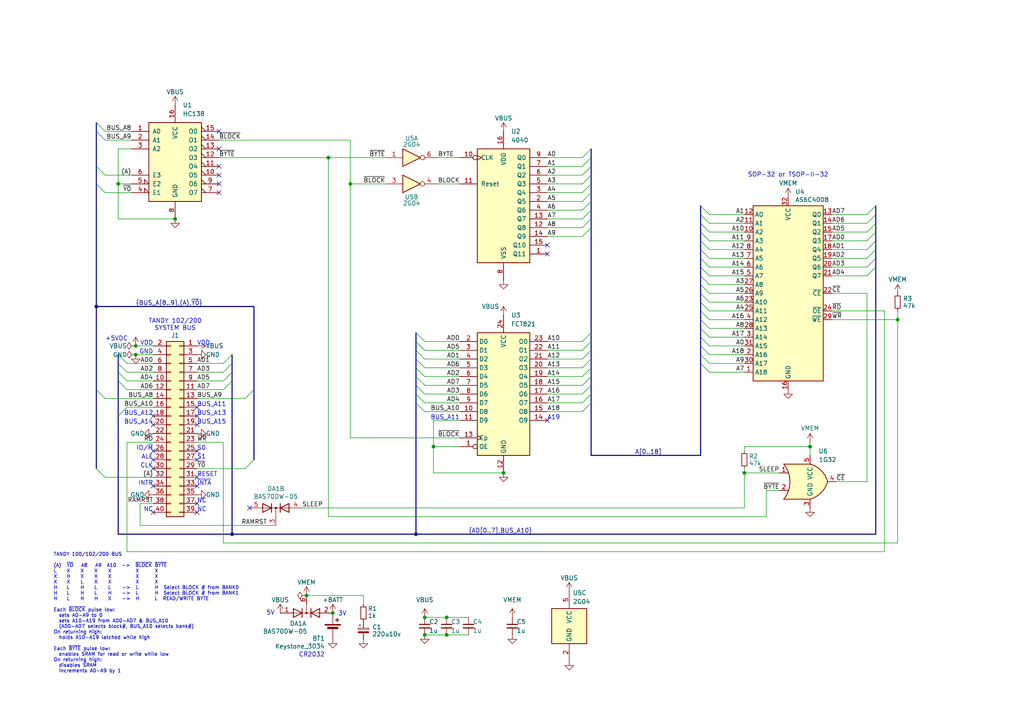
<source format=kicad_sch>
(kicad_sch (version 20231120) (generator "eeschema") (generator_version "8.0")
  (paper "A4")
  (title_block (title "MiniNDP 512") (date "2024-06-16") (rev "D01") (company "Brian K. White - b.kenyon.w@gmail.com") (comment 1 "github.com/bkw777/NODE_DATAPAC") (comment 2 "Use with RAM100.CO or RAM200.CO") (comment 3 "Work-alike of NODE Systems DATAPAC / RAMPAC"))
  (lib_symbols
    (symbol "000_LOCAL:2G04"
      (property "Reference" "U" (at 0 7.62 0))
      (property "Value" "2G04" (at 2.54 -7.62 0))
      (symbol "2G04_1_1"
        (pin input line (at -15.24 0 0) (length 7.62) (name "~") (number "1"))
        (pin output inverted (at 12.7 0 180) (length 7.62) (name "~") (number "6"))
      )
      (symbol "2G04_2_1"
        (pin input line (at -15.24 0 0) (length 7.62) (name "~") (number "3"))
        (pin output inverted (at 12.7 0 180) (length 7.62) (name "~") (number "4"))
      )
      (symbol "2G04_3_1"
        (pin power_in line (at 0 -10.16 90) (length 5.08) (name "GND") (number "2"))
        (pin power_in line (at 0 10.16 270) (length 5.08) (name "VCC") (number "5"))
      )
    )
    (symbol "000_LOCAL:4040" (pin_names (offset 1.016))
      (property "Reference" "U" (at -7.62 16.51 0))
      (property "Value" "4040" (at -7.62 -19.05 0))
      (symbol "4040_1_0"
        (pin output line (at 12.7 -15.24 180) (length 5.08) (name "Q11") (number "1"))
        (pin input inverted_clock (at -12.7 12.7 0) (length 5.08) (name "CLK") (number "10"))
        (pin input line (at -12.7 5.08 0) (length 5.08) (name "Reset") (number "11"))
        (pin output line (at 12.7 -7.62 180) (length 5.08) (name "Q8") (number "12"))
        (pin output line (at 12.7 -5.08 180) (length 5.08) (name "Q7") (number "13"))
        (pin output line (at 12.7 -10.16 180) (length 5.08) (name "Q9") (number "14"))
        (pin output line (at 12.7 -12.7 180) (length 5.08) (name "Q10") (number "15"))
        (pin power_in line (at 0 20.32 270) (length 5.08) (name "VDD") (number "16"))
        (pin output line (at 12.7 0 180) (length 5.08) (name "Q5") (number "2"))
        (pin output line (at 12.7 2.54 180) (length 5.08) (name "Q4") (number "3"))
        (pin output line (at 12.7 -2.54 180) (length 5.08) (name "Q6") (number "4"))
        (pin output line (at 12.7 5.08 180) (length 5.08) (name "Q3") (number "5"))
        (pin output line (at 12.7 7.62 180) (length 5.08) (name "Q2") (number "6"))
        (pin output line (at 12.7 10.16 180) (length 5.08) (name "Q1") (number "7"))
        (pin power_in line (at 0 -22.86 90) (length 5.08) (name "VSS") (number "8"))
        (pin output line (at 12.7 12.7 180) (length 5.08) (name "Q0") (number "9"))
      )
    )
    (symbol "000_LOCAL:74xx138" (pin_names (offset 1.016))
      (property "Reference" "U" (at -7.62 11.43 0))
      (property "Value" "74xx138" (at -7.62 -13.97 0))
      (symbol "74xx138_1_0"
        (pin input line (at -12.7 7.62 0) (length 5.08) (name "A0") (number "1"))
        (pin output output_low (at 12.7 -5.08 180) (length 5.08) (name "O5") (number "10"))
        (pin output output_low (at 12.7 -2.54 180) (length 5.08) (name "O4") (number "11"))
        (pin output output_low (at 12.7 0 180) (length 5.08) (name "O3") (number "12"))
        (pin output output_low (at 12.7 2.54 180) (length 5.08) (name "O2") (number "13"))
        (pin output output_low (at 12.7 5.08 180) (length 5.08) (name "O1") (number "14"))
        (pin output output_low (at 12.7 7.62 180) (length 5.08) (name "O0") (number "15"))
        (pin power_in line (at 0 15.24 270) (length 5.08) (name "VCC") (number "16"))
        (pin input line (at -12.7 5.08 0) (length 5.08) (name "A1") (number "2"))
        (pin input line (at -12.7 2.54 0) (length 5.08) (name "A2") (number "3"))
        (pin input input_low (at -12.7 -10.16 0) (length 5.08) (name "E1") (number "4"))
        (pin input input_low (at -12.7 -7.62 0) (length 5.08) (name "E2") (number "5"))
        (pin input line (at -12.7 -5.08 0) (length 5.08) (name "E3") (number "6"))
        (pin output output_low (at 12.7 -10.16 180) (length 5.08) (name "O7") (number "7"))
        (pin power_in line (at 0 -17.78 90) (length 5.08) (name "GND") (number "8"))
        (pin output output_low (at 12.7 -7.62 180) (length 5.08) (name "O6") (number "9"))
      )
    )
    (symbol "000_LOCAL:74xx1G32" (pin_names (offset 0.762))
      (property "Reference" "U" (at -5.08 7.62 0))
      (property "Value" "74xx1G32" (at 7.62 -7.62 0))
      (symbol "74xx1G32_1_1"
        (pin input line (at -8.89 2.54 0) (length 2.54) (name "~") (number "1"))
        (pin input line (at -8.89 -2.54 0) (length 2.54) (name "~") (number "2"))
        (pin power_in line (at 0 -7.62 90) (length 2.54) (name "GND") (number "3"))
        (pin output line (at 7.62 0 180) (length 2.54) (name "~") (number "4"))
        (pin power_in line (at 0 7.62 270) (length 2.54) (name "VCC") (number "5"))
      )
    )
    (symbol "000_LOCAL:74xx821"
      (property "Reference" "U" (at -7.62 16.51 0))
      (property "Value" "74xx821" (at -9.144 -23.114 0))
      (symbol "74xx821_1_0"
        (pin input inverted (at -12.7 -17.78 0) (length 5.08) (name "OE") (number "1"))
        (pin input line (at -12.7 -7.62 0) (length 5.08) (name "D8") (number "10"))
        (pin input line (at -12.7 -10.16 0) (length 5.08) (name "D9") (number "11"))
        (pin power_in line (at 0 -25.4 90) (length 5.08) (name "GND") (number "12"))
        (pin input clock (at -12.7 -15.24 0) (length 5.08) (name "Cp") (number "13"))
        (pin tri_state line (at 12.7 -10.16 180) (length 5.08) (name "O9") (number "14"))
        (pin tri_state line (at 12.7 -7.62 180) (length 5.08) (name "O8") (number "15"))
        (pin tri_state line (at 12.7 -5.08 180) (length 5.08) (name "O7") (number "16"))
        (pin tri_state line (at 12.7 -2.54 180) (length 5.08) (name "O6") (number "17"))
        (pin tri_state line (at 12.7 0 180) (length 5.08) (name "O5") (number "18"))
        (pin tri_state line (at 12.7 2.54 180) (length 5.08) (name "O4") (number "19"))
        (pin input line (at -12.7 12.7 0) (length 5.08) (name "D0") (number "2"))
        (pin tri_state line (at 12.7 5.08 180) (length 5.08) (name "O3") (number "20"))
        (pin tri_state line (at 12.7 7.62 180) (length 5.08) (name "O2") (number "21"))
        (pin tri_state line (at 12.7 10.16 180) (length 5.08) (name "O1") (number "22"))
        (pin tri_state line (at 12.7 12.7 180) (length 5.08) (name "O0") (number "23"))
        (pin power_in line (at 0 20.32 270) (length 5.08) (name "VCC") (number "24"))
        (pin input line (at -12.7 10.16 0) (length 5.08) (name "D1") (number "3"))
        (pin input line (at -12.7 7.62 0) (length 5.08) (name "D2") (number "4"))
        (pin input line (at -12.7 5.08 0) (length 5.08) (name "D3") (number "5"))
        (pin input line (at -12.7 2.54 0) (length 5.08) (name "D4") (number "6"))
        (pin input line (at -12.7 0 0) (length 5.08) (name "D5") (number "7"))
        (pin input line (at -12.7 -2.54 0) (length 5.08) (name "D6") (number "8"))
        (pin input line (at -12.7 -5.08 0) (length 5.08) (name "D7") (number "9"))
      )
    )
    (symbol "000_LOCAL:AS6C4008_DIP"
      (property "Reference" "U" (at -10.16 23.495 0))
      (property "Value" "AS6C4008_DIP" (at 2.54 23.495 0))
      (symbol "AS6C4008_DIP_1_0"
        (pin power_in line (at 0 -30.48 90) (length 2.54) (name "GND") (number "16"))
        (pin power_in line (at 0 25.4 270) (length 2.54) (name "VCC") (number "32"))
      )
      (symbol "AS6C4008_DIP_1_1"
        (pin input line (at -12.7 -25.4 0) (length 2.54) (name "A18") (number "1"))
        (pin input line (at -12.7 15.24 0) (length 2.54) (name "A2") (number "10"))
        (pin input line (at -12.7 17.78 0) (length 2.54) (name "A1") (number "11"))
        (pin input line (at -12.7 20.32 0) (length 2.54) (name "A0") (number "12"))
        (pin tri_state line (at 12.7 20.32 180) (length 2.54) (name "Q0") (number "13"))
        (pin tri_state line (at 12.7 17.78 180) (length 2.54) (name "Q1") (number "14"))
        (pin tri_state line (at 12.7 15.24 180) (length 2.54) (name "Q2") (number "15"))
        (pin tri_state line (at 12.7 12.7 180) (length 2.54) (name "Q3") (number "17"))
        (pin tri_state line (at 12.7 10.16 180) (length 2.54) (name "Q4") (number "18"))
        (pin tri_state line (at 12.7 7.62 180) (length 2.54) (name "Q5") (number "19"))
        (pin input line (at -12.7 -20.32 0) (length 2.54) (name "A16") (number "2"))
        (pin tri_state line (at 12.7 5.08 180) (length 2.54) (name "Q6") (number "20"))
        (pin tri_state line (at 12.7 2.54 180) (length 2.54) (name "Q7") (number "21"))
        (pin input line (at 12.7 -2.54 180) (length 2.54) (name "~{CE}") (number "22"))
        (pin input line (at -12.7 -5.08 0) (length 2.54) (name "A10") (number "23"))
        (pin input line (at 12.7 -7.62 180) (length 2.54) (name "~{OE}") (number "24"))
        (pin input line (at -12.7 -7.62 0) (length 2.54) (name "A11") (number "25"))
        (pin input line (at -12.7 -2.54 0) (length 2.54) (name "A9") (number "26"))
        (pin input line (at -12.7 0 0) (length 2.54) (name "A8") (number "27"))
        (pin input line (at -12.7 -12.7 0) (length 2.54) (name "A13") (number "28"))
        (pin input line (at 12.7 -10.16 180) (length 2.54) (name "~{WE}") (number "29"))
        (pin input line (at -12.7 -15.24 0) (length 2.54) (name "A14") (number "3"))
        (pin input line (at -12.7 -22.86 0) (length 2.54) (name "A17") (number "30"))
        (pin input line (at -12.7 -17.78 0) (length 2.54) (name "A15") (number "31"))
        (pin input line (at -12.7 -10.16 0) (length 2.54) (name "A12") (number "4"))
        (pin input line (at -12.7 2.54 0) (length 2.54) (name "A7") (number "5"))
        (pin input line (at -12.7 5.08 0) (length 2.54) (name "A6") (number "6"))
        (pin input line (at -12.7 7.62 0) (length 2.54) (name "A5") (number "7"))
        (pin input line (at -12.7 10.16 0) (length 2.54) (name "A4") (number "8"))
        (pin input line (at -12.7 12.7 0) (length 2.54) (name "A3") (number "9"))
      )
    )
    (symbol "000_LOCAL:BAV70S" (pin_names (offset 0.762) hide)
      (property "Reference" "D" (at 0.635 -2.54 0))
      (property "Value" "BAV70S" (at 0 2.54 0))
      (symbol "BAV70S_1_1"
        (pin passive line (at -7.62 0 0) (length 3.81) (name "A") (number "1"))
        (pin passive line (at 7.62 0 180) (length 3.81) (name "A") (number "2"))
        (pin passive line (at 0 -5.08 90) (length 2.54) (name "K") (number "6"))
      )
      (symbol "BAV70S_2_1"
        (pin passive line (at 0 -5.08 90) (length 2.54) (name "K") (number "3"))
        (pin passive line (at -7.62 0 0) (length 3.81) (name "A") (number "4"))
        (pin passive line (at 7.62 0 180) (length 3.81) (name "A") (number "5"))
      )
    )
    (symbol "000_LOCAL:Battery_Cell" (pin_numbers hide) (pin_names (offset 0) hide)
      (property "Reference" "BT" (at 2.54 2.54 0))
      (property "Value" "Battery_Cell" (at 2.54 0 0))
      (symbol "Battery_Cell_1_1"
        (pin passive line (at 0 5.08 270) (length 2.54) (name "+") (number "1"))
        (pin passive line (at 0 -2.54 90) (length 2.54) (name "-") (number "2"))
      )
    )
    (symbol "000_LOCAL:C" (pin_numbers hide) (pin_names (offset 0.254) hide)
      (property "Reference" "C" (at 0.254 1.778 0))
      (property "Value" "C" (at 0.254 -2.032 0))
      (symbol "C_1_1"
        (pin passive line (at 0 2.54 270) (length 2.032) (name "~") (number "1"))
        (pin passive line (at 0 -2.54 90) (length 2.032) (name "~") (number "2"))
      )
    )
    (symbol "000_LOCAL:C_Polarized" (pin_numbers hide) (pin_names (offset 0.254) hide)
      (property "Reference" "C" (at 0.254 1.778 0))
      (property "Value" "C_Polarized_Small" (at 0.254 -2.032 0))
      (symbol "C_Polarized_1_1"
        (pin passive line (at 0 2.54 270) (length 1.8542) (name "~") (number "1"))
        (pin passive line (at 0 -2.54 90) (length 1.8542) (name "~") (number "2"))
      )
    )
    (symbol "000_LOCAL:Conn_02x20_Odd_Even" (pin_names (offset 1.016) hide)
      (property "Reference" "J" (at 1.27 25.4 0))
      (property "Value" "Conn_02x20_Odd_Even" (at 1.27 -27.94 0))
      (symbol "Conn_02x20_Odd_Even_1_1"
        (pin passive line (at -5.08 22.86 0) (length 3.81) (name "Pin_1") (number "1"))
        (pin passive line (at 7.62 12.7 180) (length 3.81) (name "Pin_10") (number "10"))
        (pin passive line (at -5.08 10.16 0) (length 3.81) (name "Pin_11") (number "11"))
        (pin passive line (at 7.62 10.16 180) (length 3.81) (name "Pin_12") (number "12"))
        (pin passive line (at -5.08 7.62 0) (length 3.81) (name "Pin_13") (number "13"))
        (pin passive line (at 7.62 7.62 180) (length 3.81) (name "Pin_14") (number "14"))
        (pin passive line (at -5.08 5.08 0) (length 3.81) (name "Pin_15") (number "15"))
        (pin passive line (at 7.62 5.08 180) (length 3.81) (name "Pin_16") (number "16"))
        (pin passive line (at -5.08 2.54 0) (length 3.81) (name "Pin_17") (number "17"))
        (pin passive line (at 7.62 2.54 180) (length 3.81) (name "Pin_18") (number "18"))
        (pin passive line (at -5.08 0 0) (length 3.81) (name "Pin_19") (number "19"))
        (pin passive line (at 7.62 22.86 180) (length 3.81) (name "Pin_2") (number "2"))
        (pin passive line (at 7.62 0 180) (length 3.81) (name "Pin_20") (number "20"))
        (pin passive line (at -5.08 -2.54 0) (length 3.81) (name "Pin_21") (number "21"))
        (pin passive line (at 7.62 -2.54 180) (length 3.81) (name "Pin_22") (number "22"))
        (pin passive line (at -5.08 -5.08 0) (length 3.81) (name "Pin_23") (number "23"))
        (pin passive line (at 7.62 -5.08 180) (length 3.81) (name "Pin_24") (number "24"))
        (pin passive line (at -5.08 -7.62 0) (length 3.81) (name "Pin_25") (number "25"))
        (pin passive line (at 7.62 -7.62 180) (length 3.81) (name "Pin_26") (number "26"))
        (pin passive line (at -5.08 -10.16 0) (length 3.81) (name "Pin_27") (number "27"))
        (pin passive line (at 7.62 -10.16 180) (length 3.81) (name "Pin_28") (number "28"))
        (pin passive line (at -5.08 -12.7 0) (length 3.81) (name "Pin_29") (number "29"))
        (pin passive line (at -5.08 20.32 0) (length 3.81) (name "Pin_3") (number "3"))
        (pin passive line (at 7.62 -12.7 180) (length 3.81) (name "Pin_30") (number "30"))
        (pin passive line (at -5.08 -15.24 0) (length 3.81) (name "Pin_31") (number "31"))
        (pin passive line (at 7.62 -15.24 180) (length 3.81) (name "Pin_32") (number "32"))
        (pin passive line (at -5.08 -17.78 0) (length 3.81) (name "Pin_33") (number "33"))
        (pin passive line (at 7.62 -17.78 180) (length 3.81) (name "Pin_34") (number "34"))
        (pin passive line (at -5.08 -20.32 0) (length 3.81) (name "Pin_35") (number "35"))
        (pin passive line (at 7.62 -20.32 180) (length 3.81) (name "Pin_36") (number "36"))
        (pin passive line (at -5.08 -22.86 0) (length 3.81) (name "Pin_37") (number "37"))
        (pin passive line (at 7.62 -22.86 180) (length 3.81) (name "Pin_38") (number "38"))
        (pin passive line (at -5.08 -25.4 0) (length 3.81) (name "Pin_39") (number "39"))
        (pin passive line (at 7.62 20.32 180) (length 3.81) (name "Pin_4") (number "4"))
        (pin passive line (at 7.62 -25.4 180) (length 3.81) (name "Pin_40") (number "40"))
        (pin passive line (at -5.08 17.78 0) (length 3.81) (name "Pin_5") (number "5"))
        (pin passive line (at 7.62 17.78 180) (length 3.81) (name "Pin_6") (number "6"))
        (pin passive line (at -5.08 15.24 0) (length 3.81) (name "Pin_7") (number "7"))
        (pin passive line (at 7.62 15.24 180) (length 3.81) (name "Pin_8") (number "8"))
        (pin passive line (at -5.08 12.7 0) (length 3.81) (name "Pin_9") (number "9"))
      )
    )
    (symbol "000_LOCAL:R" (pin_numbers hide) (pin_names (offset 0.254) hide)
      (property "Reference" "R" (at 0.762 0.508 0))
      (property "Value" "R_Small" (at 0.762 -1.016 0))
      (symbol "R_1_1"
        (pin passive line (at 0 2.54 270) (length 0.762) (name "~") (number "1"))
        (pin passive line (at 0 -2.54 90) (length 0.762) (name "~") (number "2"))
      )
    )
    (symbol "2G04_1"
      (property "Reference" "U" (at 0 3.81 0))
      (property "Value" "2G04" (at 0 -3.81 0))
      (symbol "2G04_1_1_1"
        (pin input line (at -7.62 0 0) (length 5.08) (name "~") (number "1"))
        (pin output inverted (at 7.62 0 180) (length 5.08) (name "~") (number "6"))
      )
      (symbol "2G04_1_2_1"
        (pin input line (at -7.62 0 0) (length 5.08) (name "~") (number "3"))
        (pin output inverted (at 7.62 0 180) (length 5.08) (name "~") (number "4"))
      )
      (symbol "2G04_1_3_1"
        (pin power_in line (at 0 -10.16 90) (length 5.08) (name "GND") (number "2"))
        (pin power_in line (at 0 10.16 270) (length 5.08) (name "VCC") (number "5"))
      )
    )
    (symbol "2G04_2"
      (property "Reference" "U" (at 0 3.81 0))
      (property "Value" "2G04" (at 0 -3.81 0))
      (symbol "2G04_2_1_1"
        (pin input line (at -7.62 0 0) (length 5.08) (name "~") (number "1"))
        (pin output inverted (at 7.62 0 180) (length 5.08) (name "~") (number "6"))
      )
      (symbol "2G04_2_2_1"
        (pin input line (at -7.62 0 0) (length 5.08) (name "~") (number "3"))
        (pin output inverted (at 7.62 0 180) (length 5.08) (name "~") (number "4"))
      )
      (symbol "2G04_2_3_1"
        (pin power_in line (at 0 -10.16 90) (length 5.08) (name "GND") (number "2"))
        (pin power_in line (at 0 10.16 270) (length 5.08) (name "VCC") (number "5"))
      )
    )
    (symbol "C_1" (pin_numbers hide) (pin_names (offset 0.254) hide)
      (property "Reference" "C" (at 0.254 1.778 0))
      (property "Value" "C" (at 0.254 -2.032 0))
      (symbol "C_1_1_1"
        (pin passive line (at 0 2.54 270) (length 2.032) (name "~") (number "1"))
        (pin passive line (at 0 -2.54 90) (length 2.032) (name "~") (number "2"))
      )
    )
    (symbol "power:+BATT" (power) (pin_numbers hide) (pin_names (offset 0) hide)
      (property "Value" "+BATT" (at 0 3.556 0))
      (symbol "+BATT_1_1"
        (pin power_in line (at 0 0 90) (length 0) (name "~") (number "1"))
      )
    )
    (symbol "power:GND" (power) (pin_numbers hide) (pin_names (offset 0) hide)
      (property "Value" "GND" (at 0 -3.81 0))
      (symbol "GND_1_1"
        (pin power_in line (at 0 0 270) (length 0) (name "~") (number "1"))
      )
    )
    (symbol "power:PWR_FLAG" (power) (pin_numbers hide) (pin_names (offset 0) hide)
      (property "Value" "PWR_FLAG" (at 0 3.81 0))
      (symbol "PWR_FLAG_0_0"
        (pin power_out line (at 0 0 90) (length 0) (name "~") (number "1"))
      )
    )
    (symbol "power:VBUS" (power) (pin_numbers hide) (pin_names (offset 0) hide)
      (property "Value" "VBUS" (at 0 3.556 0))
      (symbol "VBUS_1_1"
        (pin power_in line (at 0 0 90) (length 0) (name "~") (number "1"))
      )
    )
    (symbol "power:VMEM" (power) (pin_numbers hide) (pin_names (offset 0) hide)
      (property "Value" "VMEM" (at 0 3.556 0))
      (symbol "VMEM_1_1"
        (pin power_in line (at 0 0 90) (length 0) (name "~") (number "1"))
      )
    )
  )
  (junction (at 129.54 179.07))
  (junction (at 95.25 45.72))
  (junction (at 34.29 53.34))
  (junction (at 123.19 179.07))
  (junction (at 39.37 100.33))
  (junction (at 96.52 177.8))
  (junction (at 129.54 184.15))
  (junction (at 120.65 154.94))
  (junction (at 39.37 102.87))
  (junction (at 215.9 137.16))
  (junction (at 146.05 137.16))
  (junction (at 67.31 154.94))
  (junction (at 101.6 53.34))
  (junction (at 88.9 172.72))
  (junction (at 123.19 184.15))
  (junction (at 50.8 63.5))
  (junction (at 125.73 129.54))
  (junction (at 260.35 92.71))
  (junction (at 27.94 88.9))
  (junction (at 234.95 129.54))
  (no_connect (at 57.15 138.43))
  (no_connect (at 57.15 123.19))
  (no_connect (at 63.5 38.1))
  (no_connect (at 44.45 148.59))
  (no_connect (at 57.15 130.81))
  (no_connect (at 57.15 148.59))
  (no_connect (at 63.5 55.88))
  (no_connect (at 44.45 130.81))
  (no_connect (at 158.75 73.66))
  (no_connect (at 44.45 120.65))
  (no_connect (at 63.5 48.26))
  (no_connect (at 63.5 50.8))
  (no_connect (at 44.45 123.19))
  (no_connect (at 44.45 140.97))
  (no_connect (at 44.45 133.35))
  (no_connect (at 44.45 135.89))
  (no_connect (at 57.15 146.05))
  (no_connect (at 158.75 71.12))
  (no_connect (at 57.15 120.65))
  (no_connect (at 158.75 121.92))
  (no_connect (at 57.15 133.35))
  (no_connect (at 57.15 140.97))
  (no_connect (at 63.5 43.18))
  (no_connect (at 57.15 118.11))
  (no_connect (at 72.39 147.32))
  (no_connect (at 63.5 53.34))
  (bus_entry (at 251.46 64.77) (size 2.54 -2.54))
  (bus_entry (at 36.83 110.49) (size -2.54 -2.54))
  (bus_entry (at 120.65 114.3) (size 2.54 2.54))
  (bus_entry (at 205.74 72.39) (size -2.54 -2.54))
  (bus_entry (at 34.29 120.65) (size 2.54 -2.54))
  (bus_entry (at 168.91 109.22) (size 2.54 -2.54))
  (bus_entry (at 168.91 48.26) (size 2.54 -2.54))
  (bus_entry (at 120.65 116.84) (size 2.54 2.54))
  (bus_entry (at 205.74 74.93) (size -2.54 -2.54))
  (bus_entry (at 205.74 85.09) (size -2.54 -2.54))
  (bus_entry (at 168.91 111.76) (size 2.54 -2.54))
  (bus_entry (at 120.65 109.22) (size 2.54 2.54))
  (bus_entry (at 27.94 48.26) (size 2.54 2.54))
  (bus_entry (at 36.83 113.03) (size -2.54 -2.54))
  (bus_entry (at 205.74 97.79) (size -2.54 -2.54))
  (bus_entry (at 36.83 105.41) (size -2.54 -2.54))
  (bus_entry (at 27.94 38.1) (size 2.54 2.54))
  (bus_entry (at 168.91 60.96) (size 2.54 -2.54))
  (bus_entry (at 205.74 80.01) (size -2.54 -2.54))
  (bus_entry (at 205.74 77.47) (size -2.54 -2.54))
  (bus_entry (at 205.74 69.85) (size -2.54 -2.54))
  (bus_entry (at 168.91 68.58) (size 2.54 -2.54))
  (bus_entry (at 168.91 53.34) (size 2.54 -2.54))
  (bus_entry (at 168.91 55.88) (size 2.54 -2.54))
  (bus_entry (at 205.74 82.55) (size -2.54 -2.54))
  (bus_entry (at 205.74 90.17) (size -2.54 -2.54))
  (bus_entry (at 168.91 45.72) (size 2.54 -2.54))
  (bus_entry (at 64.77 105.41) (size 2.54 -2.54))
  (bus_entry (at 73.66 133.35) (size -2.54 2.54))
  (bus_entry (at 168.91 104.14) (size 2.54 -2.54))
  (bus_entry (at 168.91 63.5) (size 2.54 -2.54))
  (bus_entry (at 205.74 105.41) (size -2.54 -2.54))
  (bus_entry (at 251.46 72.39) (size 2.54 -2.54))
  (bus_entry (at 168.91 114.3) (size 2.54 -2.54))
  (bus_entry (at 205.74 64.77) (size -2.54 -2.54))
  (bus_entry (at 168.91 58.42) (size 2.54 -2.54))
  (bus_entry (at 73.66 113.03) (size -2.54 2.54))
  (bus_entry (at 251.46 74.93) (size 2.54 -2.54))
  (bus_entry (at 120.65 111.76) (size 2.54 2.54))
  (bus_entry (at 205.74 102.87) (size -2.54 -2.54))
  (bus_entry (at 27.94 35.56) (size 2.54 2.54))
  (bus_entry (at 27.94 53.34) (size 2.54 2.54))
  (bus_entry (at 205.74 87.63) (size -2.54 -2.54))
  (bus_entry (at 251.46 80.01) (size 2.54 -2.54))
  (bus_entry (at 251.46 77.47) (size 2.54 -2.54))
  (bus_entry (at 168.91 50.8) (size 2.54 -2.54))
  (bus_entry (at 36.83 107.95) (size -2.54 -2.54))
  (bus_entry (at 64.77 113.03) (size 2.54 -2.54))
  (bus_entry (at 120.65 96.52) (size 2.54 2.54))
  (bus_entry (at 168.91 101.6) (size 2.54 -2.54))
  (bus_entry (at 205.74 92.71) (size -2.54 -2.54))
  (bus_entry (at 251.46 67.31) (size 2.54 -2.54))
  (bus_entry (at 120.65 106.68) (size 2.54 2.54))
  (bus_entry (at 251.46 62.23) (size 2.54 -2.54))
  (bus_entry (at 205.74 100.33) (size -2.54 -2.54))
  (bus_entry (at 168.91 99.06) (size 2.54 -2.54))
  (bus_entry (at 205.74 95.25) (size -2.54 -2.54))
  (bus_entry (at 251.46 69.85) (size 2.54 -2.54))
  (bus_entry (at 27.94 113.03) (size 2.54 2.54))
  (bus_entry (at 120.65 104.14) (size 2.54 2.54))
  (bus_entry (at 205.74 107.95) (size -2.54 -2.54))
  (bus_entry (at 168.91 106.68) (size 2.54 -2.54))
  (bus_entry (at 205.74 62.23) (size -2.54 -2.54))
  (bus_entry (at 64.77 107.95) (size 2.54 -2.54))
  (bus_entry (at 168.91 119.38) (size 2.54 -2.54))
  (bus_entry (at 120.65 99.06) (size 2.54 2.54))
  (bus_entry (at 120.65 101.6) (size 2.54 2.54))
  (bus_entry (at 205.74 67.31) (size -2.54 -2.54))
  (bus_entry (at 168.91 116.84) (size 2.54 -2.54))
  (bus_entry (at 30.48 138.43) (size -2.54 -2.54))
  (bus_entry (at 168.91 66.04) (size 2.54 -2.54))
  (bus_entry (at 64.77 110.49) (size 2.54 -2.54))
  (bus (pts (xy 120.65 109.22) (xy 120.65 111.76)))
  (bus (pts (xy 171.45 60.96) (xy 171.45 63.5)))
  (wire (pts (xy 158.75 50.8) (xy 168.91 50.8)))
  (bus (pts (xy 171.45 45.72) (xy 171.45 48.26)))
  (bus (pts (xy 203.2 95.25) (xy 203.2 97.79)))
  (wire (pts (xy 125.73 121.92) (xy 125.73 129.54)))
  (wire (pts (xy 95.25 149.86) (xy 222.25 149.86)))
  (wire (pts (xy 40.64 146.05) (xy 40.64 152.4)))
  (wire (pts (xy 205.74 82.55) (xy 215.9 82.55)))
  (bus (pts (xy 203.2 105.41) (xy 203.2 102.87)))
  (wire (pts (xy 241.3 80.01) (xy 251.46 80.01)))
  (wire (pts (xy 123.19 111.76) (xy 133.35 111.76)))
  (wire (pts (xy 125.73 129.54) (xy 125.73 137.16)))
  (wire (pts (xy 205.74 67.31) (xy 215.9 67.31)))
  (wire (pts (xy 158.75 106.68) (xy 168.91 106.68)))
  (bus (pts (xy 203.2 80.01) (xy 203.2 82.55)))
  (wire (pts (xy 30.48 50.8) (xy 38.1 50.8)))
  (wire (pts (xy 36.83 113.03) (xy 44.45 113.03)))
  (bus (pts (xy 73.66 88.9) (xy 73.66 113.03)))
  (bus (pts (xy 171.45 132.08) (xy 203.2 132.08)))
  (wire (pts (xy 30.48 115.57) (xy 44.45 115.57)))
  (bus (pts (xy 203.2 62.23) (xy 203.2 64.77)))
  (wire (pts (xy 215.9 137.16) (xy 226.06 137.16)))
  (wire (pts (xy 101.6 53.34) (xy 101.6 127)))
  (bus (pts (xy 171.45 114.3) (xy 171.45 116.84)))
  (bus (pts (xy 34.29 105.41) (xy 34.29 107.95)))
  (wire (pts (xy 205.74 87.63) (xy 215.9 87.63)))
  (wire (pts (xy 129.54 179.07) (xy 135.89 179.07)))
  (wire (pts (xy 36.83 105.41) (xy 44.45 105.41)))
  (wire (pts (xy 123.19 119.38) (xy 133.35 119.38)))
  (bus (pts (xy 171.45 55.88) (xy 171.45 58.42)))
  (wire (pts (xy 57.15 115.57) (xy 71.12 115.57)))
  (wire (pts (xy 158.75 60.96) (xy 168.91 60.96)))
  (wire (pts (xy 63.5 40.64) (xy 101.6 40.64)))
  (bus (pts (xy 254 69.85) (xy 254 72.39)))
  (wire (pts (xy 241.3 74.93) (xy 251.46 74.93)))
  (bus (pts (xy 171.45 106.68) (xy 171.45 109.22)))
  (wire (pts (xy 158.75 119.38) (xy 168.91 119.38)))
  (wire (pts (xy 205.74 77.47) (xy 215.9 77.47)))
  (bus (pts (xy 203.2 59.69) (xy 203.2 62.23)))
  (wire (pts (xy 158.75 99.06) (xy 168.91 99.06)))
  (bus (pts (xy 67.31 154.94) (xy 120.65 154.94)))
  (wire (pts (xy 205.74 64.77) (xy 215.9 64.77)))
  (wire (pts (xy 123.19 179.07) (xy 129.54 179.07)))
  (wire (pts (xy 158.75 116.84) (xy 168.91 116.84)))
  (bus (pts (xy 203.2 77.47) (xy 203.2 80.01)))
  (wire (pts (xy 158.75 109.22) (xy 168.91 109.22)))
  (wire (pts (xy 205.74 90.17) (xy 215.9 90.17)))
  (bus (pts (xy 203.2 74.93) (xy 203.2 77.47)))
  (wire (pts (xy 205.74 100.33) (xy 215.9 100.33)))
  (wire (pts (xy 39.37 100.33) (xy 44.45 100.33)))
  (wire (pts (xy 260.35 92.71) (xy 260.35 157.48)))
  (wire (pts (xy 64.77 128.27) (xy 64.77 157.48)))
  (bus (pts (xy 34.29 120.65) (xy 34.29 154.94)))
  (wire (pts (xy 234.95 128.27) (xy 234.95 129.54)))
  (wire (pts (xy 205.74 69.85) (xy 215.9 69.85)))
  (bus (pts (xy 203.2 69.85) (xy 203.2 72.39)))
  (wire (pts (xy 123.19 109.22) (xy 133.35 109.22)))
  (bus (pts (xy 254 72.39) (xy 254 74.93)))
  (bus (pts (xy 203.2 82.55) (xy 203.2 85.09)))
  (wire (pts (xy 127 45.72) (xy 133.35 45.72)))
  (wire (pts (xy 215.9 135.89) (xy 215.9 137.16)))
  (wire (pts (xy 57.15 105.41) (xy 64.77 105.41)))
  (wire (pts (xy 36.83 110.49) (xy 44.45 110.49)))
  (bus (pts (xy 27.94 113.03) (xy 27.94 135.89)))
  (bus (pts (xy 171.45 48.26) (xy 171.45 50.8)))
  (wire (pts (xy 158.75 48.26) (xy 168.91 48.26)))
  (bus (pts (xy 171.45 104.14) (xy 171.45 106.68)))
  (bus (pts (xy 171.45 43.18) (xy 171.45 45.72)))
  (bus (pts (xy 254 64.77) (xy 254 67.31)))
  (wire (pts (xy 95.25 45.72) (xy 111.76 45.72)))
  (bus (pts (xy 171.45 50.8) (xy 171.45 53.34)))
  (bus (pts (xy 171.45 99.06) (xy 171.45 101.6)))
  (bus (pts (xy 171.45 109.22) (xy 171.45 111.76)))
  (wire (pts (xy 158.75 58.42) (xy 168.91 58.42)))
  (wire (pts (xy 158.75 111.76) (xy 168.91 111.76)))
  (wire (pts (xy 205.74 97.79) (xy 215.9 97.79)))
  (bus (pts (xy 203.2 132.08) (xy 203.2 105.41)))
  (bus (pts (xy 120.65 106.68) (xy 120.65 109.22)))
  (wire (pts (xy 127 53.34) (xy 133.35 53.34)))
  (wire (pts (xy 234.95 129.54) (xy 234.95 132.08)))
  (wire (pts (xy 158.75 45.72) (xy 168.91 45.72)))
  (bus (pts (xy 171.45 101.6) (xy 171.45 104.14)))
  (wire (pts (xy 123.19 184.15) (xy 129.54 184.15)))
  (bus (pts (xy 73.66 113.03) (xy 73.66 133.35)))
  (wire (pts (xy 129.54 184.15) (xy 135.89 184.15)))
  (wire (pts (xy 241.3 92.71) (xy 260.35 92.71)))
  (wire (pts (xy 241.3 69.85) (xy 251.46 69.85)))
  (wire (pts (xy 123.19 99.06) (xy 133.35 99.06)))
  (bus (pts (xy 34.29 110.49) (xy 34.29 120.65)))
  (wire (pts (xy 57.15 128.27) (xy 64.77 128.27)))
  (wire (pts (xy 123.19 116.84) (xy 133.35 116.84)))
  (wire (pts (xy 101.6 53.34) (xy 111.76 53.34)))
  (wire (pts (xy 205.74 62.23) (xy 215.9 62.23)))
  (wire (pts (xy 158.75 101.6) (xy 168.91 101.6)))
  (wire (pts (xy 39.37 102.87) (xy 44.45 102.87)))
  (wire (pts (xy 222.25 142.24) (xy 226.06 142.24)))
  (wire (pts (xy 158.75 68.58) (xy 168.91 68.58)))
  (bus (pts (xy 171.45 132.08) (xy 171.45 116.84)))
  (wire (pts (xy 158.75 55.88) (xy 168.91 55.88)))
  (bus (pts (xy 254 62.23) (xy 254 64.77)))
  (wire (pts (xy 105.41 172.72) (xy 88.9 172.72)))
  (bus (pts (xy 27.94 48.26) (xy 27.94 53.34)))
  (wire (pts (xy 34.29 53.34) (xy 34.29 63.5)))
  (bus (pts (xy 120.65 116.84) (xy 120.65 154.94)))
  (bus (pts (xy 254 74.93) (xy 254 77.47)))
  (bus (pts (xy 203.2 72.39) (xy 203.2 74.93)))
  (bus (pts (xy 67.31 105.41) (xy 67.31 107.95)))
  (bus (pts (xy 203.2 64.77) (xy 203.2 67.31)))
  (bus (pts (xy 254 59.69) (xy 254 62.23)))
  (bus (pts (xy 203.2 85.09) (xy 203.2 87.63)))
  (bus (pts (xy 67.31 107.95) (xy 67.31 110.49)))
  (wire (pts (xy 241.3 72.39) (xy 251.46 72.39)))
  (bus (pts (xy 203.2 97.79) (xy 203.2 100.33)))
  (wire (pts (xy 123.19 104.14) (xy 133.35 104.14)))
  (wire (pts (xy 205.74 85.09) (xy 215.9 85.09)))
  (bus (pts (xy 203.2 90.17) (xy 203.2 92.71)))
  (bus (pts (xy 120.65 101.6) (xy 120.65 104.14)))
  (bus (pts (xy 34.29 107.95) (xy 34.29 110.49)))
  (wire (pts (xy 215.9 129.54) (xy 234.95 129.54)))
  (bus (pts (xy 254 77.47) (xy 254 154.94)))
  (wire (pts (xy 34.29 63.5) (xy 50.8 63.5)))
  (wire (pts (xy 57.15 107.95) (xy 64.77 107.95)))
  (wire (pts (xy 158.75 114.3) (xy 168.91 114.3)))
  (wire (pts (xy 205.74 72.39) (xy 215.9 72.39)))
  (wire (pts (xy 242.57 139.7) (xy 251.46 139.7)))
  (wire (pts (xy 95.25 45.72) (xy 95.25 149.86)))
  (bus (pts (xy 171.45 53.34) (xy 171.45 55.88)))
  (wire (pts (xy 205.74 80.01) (xy 215.9 80.01)))
  (bus (pts (xy 27.94 38.1) (xy 27.94 48.26)))
  (wire (pts (xy 222.25 142.24) (xy 222.25 149.86)))
  (bus (pts (xy 254 67.31) (xy 254 69.85)))
  (wire (pts (xy 34.29 43.18) (xy 34.29 53.34)))
  (bus (pts (xy 67.31 102.87) (xy 67.31 105.41)))
  (wire (pts (xy 241.3 67.31) (xy 251.46 67.31)))
  (wire (pts (xy 123.19 106.68) (xy 133.35 106.68)))
  (bus (pts (xy 203.2 100.33) (xy 203.2 102.87)))
  (wire (pts (xy 205.74 107.95) (xy 215.9 107.95)))
  (wire (pts (xy 101.6 40.64) (xy 101.6 53.34)))
  (wire (pts (xy 158.75 53.34) (xy 168.91 53.34)))
  (wire (pts (xy 241.3 64.77) (xy 251.46 64.77)))
  (bus (pts (xy 120.65 111.76) (xy 120.65 114.3)))
  (wire (pts (xy 241.3 62.23) (xy 251.46 62.23)))
  (bus (pts (xy 120.65 99.06) (xy 120.65 101.6)))
  (bus (pts (xy 171.45 58.42) (xy 171.45 60.96)))
  (wire (pts (xy 205.74 102.87) (xy 215.9 102.87)))
  (wire (pts (xy 241.3 77.47) (xy 251.46 77.47)))
  (wire (pts (xy 36.83 128.27) (xy 36.83 160.02)))
  (wire (pts (xy 36.83 107.95) (xy 44.45 107.95)))
  (bus (pts (xy 171.45 96.52) (xy 171.45 99.06)))
  (wire (pts (xy 57.15 113.03) (xy 64.77 113.03)))
  (bus (pts (xy 27.94 88.9) (xy 27.94 113.03)))
  (wire (pts (xy 260.35 90.17) (xy 260.35 92.71)))
  (wire (pts (xy 44.45 128.27) (xy 36.83 128.27)))
  (wire (pts (xy 260.35 157.48) (xy 64.77 157.48)))
  (wire (pts (xy 57.15 110.49) (xy 64.77 110.49)))
  (wire (pts (xy 30.48 38.1) (xy 38.1 38.1)))
  (wire (pts (xy 251.46 85.09) (xy 251.46 139.7)))
  (bus (pts (xy 203.2 92.71) (xy 203.2 95.25)))
  (wire (pts (xy 125.73 121.92) (xy 133.35 121.92)))
  (bus (pts (xy 27.94 88.9) (xy 73.66 88.9)))
  (wire (pts (xy 57.15 135.89) (xy 71.12 135.89)))
  (bus (pts (xy 27.94 53.34) (xy 27.94 88.9)))
  (wire (pts (xy 158.75 63.5) (xy 168.91 63.5)))
  (wire (pts (xy 123.19 101.6) (xy 133.35 101.6)))
  (wire (pts (xy 105.41 175.26) (xy 105.41 172.72)))
  (bus (pts (xy 120.65 154.94) (xy 254 154.94)))
  (wire (pts (xy 205.74 105.41) (xy 215.9 105.41)))
  (bus (pts (xy 67.31 110.49) (xy 67.31 154.94)))
  (wire (pts (xy 40.64 146.05) (xy 44.45 146.05)))
  (bus (pts (xy 171.45 63.5) (xy 171.45 66.04)))
  (wire (pts (xy 125.73 137.16) (xy 146.05 137.16)))
  (bus (pts (xy 120.65 104.14) (xy 120.65 106.68)))
  (bus (pts (xy 171.45 66.04) (xy 171.45 96.52)))
  (wire (pts (xy 158.75 66.04) (xy 168.91 66.04)))
  (wire (pts (xy 125.73 129.54) (xy 133.35 129.54)))
  (wire (pts (xy 36.83 118.11) (xy 44.45 118.11)))
  (wire (pts (xy 215.9 129.54) (xy 215.9 130.81)))
  (wire (pts (xy 205.74 74.93) (xy 215.9 74.93)))
  (wire (pts (xy 251.46 85.09) (xy 241.3 85.09)))
  (bus (pts (xy 203.2 87.63) (xy 203.2 90.17)))
  (wire (pts (xy 241.3 90.17) (xy 256.54 90.17)))
  (bus (pts (xy 203.2 67.31) (xy 203.2 69.85)))
  (wire (pts (xy 30.48 55.88) (xy 38.1 55.88)))
  (wire (pts (xy 123.19 114.3) (xy 133.35 114.3)))
  (wire (pts (xy 256.54 160.02) (xy 256.54 90.17)))
  (wire (pts (xy 30.48 138.43) (xy 44.45 138.43)))
  (bus (pts (xy 34.29 102.87) (xy 34.29 105.41)))
  (wire (pts (xy 205.74 92.71) (xy 215.9 92.71)))
  (wire (pts (xy 34.29 43.18) (xy 38.1 43.18)))
  (bus (pts (xy 27.94 35.56) (xy 27.94 38.1)))
  (wire (pts (xy 30.48 40.64) (xy 38.1 40.64)))
  (bus (pts (xy 120.65 114.3) (xy 120.65 116.84)))
  (wire (pts (xy 158.75 104.14) (xy 168.91 104.14)))
  (wire (pts (xy 40.64 152.4) (xy 80.01 152.4)))
  (wire (pts (xy 63.5 45.72) (xy 95.25 45.72)))
  (wire (pts (xy 215.9 137.16) (xy 215.9 147.32)))
  (wire (pts (xy 205.74 95.25) (xy 215.9 95.25)))
  (bus (pts (xy 120.65 96.52) (xy 120.65 99.06)))
  (bus (pts (xy 34.29 154.94) (xy 67.31 154.94)))
  (bus (pts (xy 171.45 111.76) (xy 171.45 114.3)))
  (wire (pts (xy 87.63 147.32) (xy 215.9 147.32)))
  (wire (pts (xy 34.29 53.34) (xy 38.1 53.34)))
  (wire (pts (xy 101.6 127) (xy 133.35 127)))
  (wire (pts (xy 36.83 160.02) (xy 256.54 160.02)))
  (text "BUS_A11" (at 57.15 118.11 0) (effects (font (size 1.27 1.27)) (justify left bottom)))
  (text "TANDY 102/200\nSYSTEM BUS" (at 50.8 96.012 0) (effects (font (size 1.27 1.27)) (justify bottom)))
  (text "+5VDC" (at 30.48 99.06 0) (effects (font (size 1.27 1.27)) (justify left bottom)))
  (text "BUS_A15" (at 57.15 123.19 0) (effects (font (size 1.27 1.27)) (justify left bottom)))
  (text "INTR" (at 44.45 140.97 0) (effects (font (size 1.27 1.27)) (justify right bottom)))
  (text "BUS_A14" (at 44.45 123.19 0) (effects (font (size 1.27 1.27)) (justify right bottom)))
  (text "ALE" (at 44.45 133.35 0) (effects (font (size 1.27 1.27)) (justify right bottom)))
  (text "S1" (at 57.15 133.35 0) (effects (font (size 1.27 1.27)) (justify left bottom)))
  (text "SOP-32 or TSOP-II-32" (at 228.6 50.8 0) (effects (font (size 1.27 1.27))))
  (text "NC" (at 57.15 148.59 0) (effects (font (size 1.27 1.27)) (justify left bottom)))
  (text "NC" (at 57.15 146.05 0) (effects (font (size 1.27 1.27)) (justify left bottom)))
  (text "~{INTA}" (at 57.15 140.97 0) (effects (font (size 1.27 1.27)) (justify left bottom)))
  (text "CR2032" (at 90.424 189.992 0) (effects (font (size 1.27 1.27))))
  (text "CLK" (at 44.45 135.89 0) (effects (font (size 1.27 1.27)) (justify right bottom)))
  (text "GND" (at 44.45 102.87 0) (effects (font (size 1.27 1.27)) (justify right bottom)))
  (text "IO/~{M}" (at 44.45 130.81 0) (effects (font (size 1.27 1.27)) (justify right bottom)))
  (text "VDD" (at 44.45 100.33 0) (effects (font (size 1.27 1.27)) (justify right bottom)))
  (text "BUS_A11" (at 133.35 121.92 0) (effects (font (size 1.27 1.27)) (justify right bottom)))
  (text "TANDY 100/102/200 BUS\n\n(A)	~{YO}   A8   A9  A10  ->  ~{BLOCK} ~{BYTE}\nL	X	X	X	X		X	  X\nX	H	X	X	X		X	  X\nX	X	L	X	X		X	  X\nH	L	H	L	L	->  L	  H  Select BLOCK # from BANK0\nH	L	H	L	H	->  L	  H  Select BLOCK # from BANK1\nH	L	H	H	X	->  H	  L  READ/WRITE BYTE\n\nEach ~{BLOCK} pulse low:\n  sets A0-A9 to 0\n  sets A10-A19 from AD0-AD7 & BUS_A10\n  (AD0-AD7 selects block#, BUS_A10 selects bank#)\nOn returning high:\n  holds A10-A19 latched while high\n\nEach ~{BYTE} pulse low:\n  enables SRAM for read or write while low\nOn returning high:\n  disables SRAM\n  increments A0-A9 by 1\n" (at 15.494 195.326 0) (effects (font (size 1 1)) (justify left bottom)))
  (text "3V" (at 98.044 178.816 0) (effects (font (size 1.27 1.27)) (justify left bottom)))
  (text "S0" (at 57.15 130.81 0) (effects (font (size 1.27 1.27)) (justify left bottom)))
  (text "RESET" (at 57.15 138.43 0) (effects (font (size 1.27 1.27)) (justify left bottom)))
  (text "A19" (at 158.75 121.92 0) (effects (font (size 1.27 1.27)) (justify left bottom)))
  (text "NC" (at 44.45 148.59 0) (effects (font (size 1.27 1.27)) (justify right bottom)))
  (text "VDD" (at 57.15 100.33 0) (effects (font (size 1.27 1.27)) (justify left bottom)))
  (text "5V" (at 77.216 178.562 0) (effects (font (size 1.27 1.27)) (justify left bottom)))
  (text "BUS_A13" (at 57.15 120.65 0) (effects (font (size 1.27 1.27)) (justify left bottom)))
  (text "BUS_A12" (at 44.45 120.65 0) (effects (font (size 1.27 1.27)) (justify right bottom)))
  (label "BUS_A8" (at 44.45 115.57 180))
  (label "~{RD}" (at 241.3 90.17 0))
  (label "A17" (at 158.75 116.84 0))
  (label "AD3" (at 57.15 107.95 0))
  (label "A1" (at 215.9 62.23 180))
  (label "A2" (at 636.27 17.78 0))
  (label "~{CE}" (at 241.3 85.09 0))
  (label "A7" (at 215.9 107.95 180))
  (label "AD5" (at 133.35 101.6 180))
  (label "A13" (at 215.9 74.93 180))
  (label "AD0" (at 241.3 69.85 0))
  (label "~{CE}" (at 242.57 139.7 0))
  (label "A16" (at 215.9 92.71 180))
  (label "A11" (at 158.75 101.6 0))
  (label "AD6" (at 133.35 106.68 180))
  (label "~{Y0}" (at 38.1 55.88 180))
  (label "AD1" (at 57.15 105.41 0))
  (label "{AD[0..7],BUS_A10}" (at 135.89 154.94 0))
  (label "A2" (at 843.28 -5.08 0))
  (label "AD5" (at 241.3 67.31 0))
  (label "A10" (at 158.75 99.06 0))
  (label "RAMRST" (at 44.45 146.05 180))
  (label "AD7" (at 57.15 113.03 0))
  (label "AD2" (at 44.45 107.95 180))
  (label "~{Y0}" (at 57.15 135.89 0))
  (label "AD1" (at 241.3 72.39 0))
  (label "A12" (at 158.75 104.14 0))
  (label "A17" (at 215.9 97.79 180))
  (label "A0" (at 636.27 12.7 0))
  (label "A8" (at 158.75 66.04 0))
  (label "AD0" (at 133.35 99.06 180))
  (label "A3" (at 215.9 82.55 180))
  (label "A[0..18]" (at 184.15 132.08 0))
  (label "A8" (at 215.9 95.25 180))
  (label "(A)" (at 38.1 50.8 180))
  (label "A18" (at 215.9 102.87 180))
  (label "A18" (at 158.75 119.38 0))
  (label "~{BYTE}" (at 111.76 45.72 180))
  (label "RAMRST" (at 77.47 152.4 180))
  (label "A3" (at 843.28 -2.54 0))
  (label "A4" (at 604.52 12.7 0))
  (label "A1" (at 158.75 48.26 0))
  (label "AD6" (at 44.45 113.03 180))
  (label "A2" (at 215.9 64.77 180))
  (label "A15" (at 215.9 80.01 180))
  (label "A1" (at 636.27 15.24 0))
  (label "A4" (at 158.75 55.88 0))
  (label "~{BLOCK}" (at 63.5 40.64 0))
  (label "A6" (at 604.52 17.78 0))
  (label "A9" (at 158.75 68.58 0))
  (label "A6" (at 158.75 60.96 0))
  (label "A6" (at 215.9 87.63 180))
  (label "A9" (at 215.9 105.41 180))
  (label "A1" (at 843.28 -7.62 0))
  (label "A3" (at 636.27 20.32 0))
  (label "AD4" (at 133.35 116.84 180))
  (label "AD7" (at 241.3 62.23 0))
  (label "~{BLOCK}" (at 111.76 53.34 180))
  (label "AD4" (at 241.3 80.01 0))
  (label "AD2" (at 133.35 109.22 180))
  (label "A15" (at 158.75 111.76 0))
  (label "A13" (at 158.75 106.68 0))
  (label "BUS_A10" (at 133.35 119.38 180))
  (label "BUS_A10" (at 44.45 118.11 180))
  (label "AD0" (at 44.45 105.41 180))
  (label "~{WR}" (at 241.3 92.71 0))
  (label "A16" (at 158.75 114.3 0))
  (label "A5" (at 604.52 15.24 0))
  (label "A3" (at 158.75 53.34 0))
  (label "AD3" (at 241.3 77.47 0))
  (label "A7" (at 604.52 20.32 0))
  (label "{BUS_A[8..9],(A),~{Y0}}" (at 39.37 88.9 0))
  (label "BUS_A9" (at 38.1 40.64 180))
  (label "A0" (at 843.28 -10.16 0))
  (label "AD4" (at 44.45 110.49 180))
  (label "A11" (at 215.9 69.85 180))
  (label "A12" (at 215.9 72.39 180))
  (label "BYTE" (at 127 45.72 0))
  (label "A0" (at 215.9 100.33 180))
  (label "~{BLOCK}" (at 133.35 127 180))
  (label "A14" (at 158.75 109.22 0))
  (label "A5" (at 215.9 85.09 180))
  (label "SLEEP" (at 226.06 137.16 180))
  (label "BUS_A8" (at 38.1 38.1 180))
  (label "AD2" (at 241.3 74.93 0))
  (label "AD7" (at 133.35 111.76 180))
  (label "A0" (at 158.75 45.72 0))
  (label "A14" (at 215.9 77.47 180))
  (label "AD1" (at 133.35 104.14 180))
  (label "A2" (at 158.75 50.8 0))
  (label "~{WR}" (at 57.15 128.27 0))
  (label "A7" (at 158.75 63.5 0))
  (label "~{BYTE}" (at 226.06 142.24 180))
  (label "BLOCK" (at 127 53.34 0))
  (label "(A)" (at 44.45 138.43 180))
  (label "A10" (at 215.9 67.31 180))
  (label "BUS_A9" (at 57.15 115.57 0))
  (label "AD6" (at 241.3 64.77 0))
  (label "~{RD}" (at 44.45 128.27 180))
  (label "AD5" (at 57.15 110.49 0))
  (label "~{BYTE}" (at 63.5 45.72 0))
  (label "SLEEP" (at 87.63 147.32 0))
  (label "A5" (at 158.75 58.42 0))
  (label "A4" (at 215.9 90.17 180))
  (label "AD3" (at 133.35 114.3 180))
  (symbol (lib_id "000_LOCAL:C_Polarized") (at 105.41 182.88 0) (unit 1)
    (property "Reference" "C1" (at 107.95 181.864 0) (effects (justify left)))
    (property "Value" "220u10v" (at 107.95 183.896 0) (effects (justify left)))
    (property "Footprint" "000_LOCAL:CP_6032" (effects (hide yes)))
    (property "Datasheet" "datasheets/TAJ.odf" (effects (hide yes)))
  )
  (symbol (lib_id "000_LOCAL:AS6C4008_DIP") (at 228.6 82.55 0) (unit 1)
    (property "Reference" "U4" (at 230.632 55.626 0) (effects (justify left)))
    (property "Value" "AS6C4008" (at 230.632 57.912 0) (effects (justify left)))
    (property "Footprint" "000_LOCAL:TSOP-II-SOP-32_dual" (effects (hide yes)))
    (property "Datasheet" "datasheets/AS6C4008.pdf" (effects (hide yes)))
    (property "Description" "512K x 8 High-Speed CMOS Static RAM, DIP-32/SOP-32/TSOP-32" (effects (hide yes)))
  )
  (symbol (lib_id "power:GND") (at 57.15 143.51 90) (unit 1)
    (property "Reference" "#PWR08" (effects (hide yes)))
    (property "Value" "GND" (at 59.69 143.51 90) (effects (justify right)))
    (property "Description" "Power symbol creates a global label with name \"GND\" , ground" (effects (hide yes)))
  )
  (symbol (lib_id "power:VMEM") (at 88.9 172.72 0) (unit 1)
    (property "Reference" "#PWR010" (effects (hide yes)))
    (property "Value" "VMEM" (at 88.9 168.91 0))
    (property "Description" "Power symbol creates a global label with name \"VMEM\"" (effects (hide yes)))
  )
  (symbol (lib_id "power:VBUS") (at 39.37 100.33 0) (unit 1)
    (property "Reference" "#PWR01" (effects (hide yes)))
    (property "Value" "VBUS" (at 36.83 100.33 0) (effects (justify right)))
    (property "Description" "Power symbol creates a global label with name \"VBUS\"" (effects (hide yes)))
  )
  (symbol (lib_id "power:GND") (at 228.6 113.03 0) (unit 1)
    (property "Reference" "#PWR026" (effects (hide yes)))
    (property "Value" "GND" (effects (hide yes)))
    (property "Description" "Power symbol creates a global label with name \"GND\" , ground" (effects (hide yes)))
  )
  (symbol (lib_id "000_LOCAL:74xx821") (at 146.05 111.76 0) (unit 1)
    (property "Reference" "U3" (at 148.2441 91.44 0) (effects (justify left)))
    (property "Value" "FCT821" (at 148.2441 93.98 0) (effects (justify left)))
    (property "Footprint" "000_LOCAL:SOIC-24" (effects (hide yes)))
    (property "Datasheet" "datasheets/CY74FCT821T.pdf" (effects (hide yes)))
    (property "Description" "10-bit Register, 3-state outputs" (effects (hide yes)))
  )
  (symbol (lib_id "000_LOCAL:Battery_Cell") (at 96.52 182.88 0) (unit 1)
    (property "Reference" "BT1" (at 94.234 185.166 0) (effects (justify right)))
    (property "Value" "Keystone_3034" (at 94.234 187.452 0) (effects (justify right)))
    (property "Footprint" "000_LOCAL:Keystone_3028_3034" (effects (hide yes)))
    (property "Datasheet" "datasheets/Keystone_3034.pdf" (effects (hide yes)))
  )
  (symbol (lib_id "power:GND") (at 146.05 81.28 0) (unit 1)
    (property "Reference" "#PWR024" (effects (hide yes)))
    (property "Value" "GND" (effects (hide yes)))
    (property "Description" "Power symbol creates a global label with name \"GND\" , ground" (effects (hide yes)))
  )
  (symbol (lib_id "power:GND") (at 50.8 63.5 0) (unit 1)
    (property "Reference" "#PWR022" (effects (hide yes)))
    (property "Value" "GND" (effects (hide yes)))
    (property "Description" "Power symbol creates a global label with name \"GND\" , ground" (effects (hide yes)))
  )
  (symbol (lib_id "power:GND") (at 44.45 125.73 270) (unit 1)
    (property "Reference" "#PWR05" (effects (hide yes)))
    (property "Value" "GND" (at 41.91 125.73 90) (effects (justify right)))
    (property "Description" "Power symbol creates a global label with name \"GND\" , ground" (effects (hide yes)))
  )
  (symbol (lib_id "power:VMEM") (at 228.6 57.15 0) (unit 1)
    (property "Reference" "#PWR012" (effects (hide yes)))
    (property "Value" "VMEM" (at 228.6 53.086 0))
    (property "Description" "Power symbol creates a global label with name \"VMEM\"" (effects (hide yes)))
  )
  (symbol (lib_id "power:PWR_FLAG") (at 39.37 100.33 90) (unit 1)
    (property "Reference" "#FLG01" (effects (hide yes)))
    (property "Value" "PWR_FLAG" (effects (hide yes)))
    (property "Description" "Special symbol for telling ERC where power comes from" (effects (hide yes)))
  )
  (symbol (lib_id "000_LOCAL:BAV70S") (at 88.9 177.8 0) (mirror x) (unit 1)
    (property "Reference" "DA1" (at 88.9 180.848 0) (effects (justify right)))
    (property "Value" "BAS70DW-05" (at 89.154 183.134 0) (effects (justify right)))
    (property "Footprint" "000_LOCAL:SOT-363_SC-70-6_symmetric" (effects (hide yes)))
    (property "Datasheet" "datasheets/BAS70.pdf" (effects (hide yes)))
  )
  (symbol (lib_id "power:GND") (at 96.52 185.42 0) (unit 1)
    (property "Reference" "#PWR058" (effects (hide yes)))
    (property "Value" "GND" (effects (hide yes)))
    (property "Description" "Power symbol creates a global label with name \"GND\" , ground" (effects (hide yes)))
  )
  (symbol (lib_id "power:GND") (at 44.45 143.51 270) (unit 1)
    (property "Reference" "#PWR07" (effects (hide yes)))
    (property "Value" "GND" (at 41.91 143.51 90) (effects (justify right)))
    (property "Description" "Power symbol creates a global label with name \"GND\" , ground" (effects (hide yes)))
  )
  (symbol (lib_id "power:VBUS") (at 57.15 100.33 270) (unit 1)
    (property "Reference" "#PWR042" (effects (hide yes)))
    (property "Value" "VBUS" (at 62.23 100.33 90))
    (property "Description" "Power symbol creates a global label with name \"VBUS\"" (effects (hide yes)))
  )
  (symbol (lib_id "power:GND") (at 39.37 102.87 0) (unit 1)
    (property "Reference" "#PWR03" (effects (hide yes)))
    (property "Value" "GND" (at 36.83 102.87 0) (effects (justify right)))
    (property "Description" "Power symbol creates a global label with name \"GND\" , ground" (effects (hide yes)))
  )
  (symbol (lib_id "000_LOCAL:2G04") (at 165.1 181.61 0) (unit 3)
    (property "Reference" "U5" (at 166.116 171.958 0) (effects (justify left)))
    (property "Value" "2G04" (at 166.116 174.498 0) (effects (justify left)))
    (property "Footprint" "000_LOCAL:SOT-363_SC-70-6" (effects (hide yes)))
    (property "Datasheet" "datasheets/2G04.pdf" (effects (hide yes)))
    (property "Description" "Dual NOT Gate, Low-Voltage CMOS" (effects (hide yes)))
  )
  (symbol (lib_id "000_LOCAL:BAV70S") (at 80.01 147.32 0) (mirror y) (unit 2)
    (property "Reference" "DA1" (at 80.01 141.732 0))
    (property "Value" "BAS70DW-05" (at 80.01 144.018 0))
    (property "Footprint" "000_LOCAL:SOT-363_SC-70-6_symmetric" (effects (hide yes)))
    (property "Datasheet" "datasheets/BAS70.pdf" (effects (hide yes)))
  )
  (symbol (lib_id "power:VMEM") (at 148.59 179.07 0) (unit 1) (on_board no)
    (property "Reference" "#PWR055" (effects (hide yes)))
    (property "Value" "VMEM" (at 148.59 173.99 0))
    (property "Description" "Power symbol creates a global label with name \"VMEM\"" (effects (hide yes)))
  )
  (symbol (lib_id "000_LOCAL:74xx138") (at 50.8 45.72 0) (unit 1)
    (property "Reference" "U1" (at 52.9941 30.48 0) (effects (justify left)))
    (property "Value" "HC138" (at 52.9941 33.02 0) (effects (justify left)))
    (property "Footprint" "000_LOCAL:SOIC-16_3.9x9.9mm_P1.27mm" (effects (hide yes)))
    (property "Datasheet" "datasheets/74xx138.pdf" (effects (hide yes)))
  )
  (symbol (lib_name "C_1") (lib_id "000_LOCAL:C") (at 148.59 181.61 0) (unit 1)
    (property "Reference" "C5" (at 149.86 180.34 0) (effects (justify left)))
    (property "Value" "1u" (at 149.86 182.88 0) (effects (justify left)))
    (property "Footprint" "000_LOCAL:C_0805" (effects (hide yes)))
  )
  (symbol (lib_id "power:GND") (at 165.1 191.77 0) (unit 1)
    (property "Reference" "#PWR029" (effects (hide yes)))
    (property "Value" "GND" (effects (hide yes)))
    (property "Description" "Power symbol creates a global label with name \"GND\" , ground" (effects (hide yes)))
  )
  (symbol (lib_id "000_LOCAL:74xx1G32") (at 234.95 139.7 0) (unit 1)
    (property "Reference" "U6" (at 238.76 130.81 0))
    (property "Value" "1G32" (at 240.03 133.35 0))
    (property "Footprint" "000_LOCAL:SOT-353_SC-70-5" (effects (hide yes)))
    (property "Datasheet" "datasheets/74xx1G32.pdf" (effects (hide yes)))
  )
  (symbol (lib_id "power:PWR_FLAG") (at 39.37 102.87 90) (unit 1)
    (property "Reference" "#FLG03" (effects (hide yes)))
    (property "Value" "PWR_FLAG" (effects (hide yes)))
    (property "Description" "Special symbol for telling ERC where power comes from" (effects (hide yes)))
  )
  (symbol (lib_id "power:GND") (at 123.19 184.15 0) (unit 1)
    (property "Reference" "#PWR023" (effects (hide yes)))
    (property "Value" "GND" (effects (hide yes)))
    (property "Description" "Power symbol creates a global label with name \"GND\" , ground" (effects (hide yes)))
  )
  (symbol (lib_id "power:+BATT") (at 96.52 177.8 0) (unit 1)
    (property "Reference" "#PWR027" (effects (hide yes)))
    (property "Value" "+BATT" (at 96.52 173.99 0))
    (property "Description" "Power symbol creates a global label with name \"+BATT\"" (effects (hide yes)))
  )
  (symbol (lib_id "power:GND") (at 57.15 125.73 90) (unit 1)
    (property "Reference" "#PWR06" (effects (hide yes)))
    (property "Value" "GND" (at 59.69 125.73 90) (effects (justify right)))
    (property "Description" "Power symbol creates a global label with name \"GND\" , ground" (effects (hide yes)))
  )
  (symbol (lib_id "000_LOCAL:C") (at 129.54 181.61 0) (unit 1)
    (property "Reference" "C3" (at 130.81 180.34 0) (effects (justify left)))
    (property "Value" "1u" (at 130.81 182.88 0) (effects (justify left)))
    (property "Footprint" "000_LOCAL:C_0805" (effects (hide yes)))
  )
  (symbol (lib_id "power:VMEM") (at 260.35 85.09 0) (unit 1)
    (property "Reference" "#PWR014" (effects (hide yes)))
    (property "Value" "VMEM" (at 260.35 81.026 0))
    (property "Description" "Power symbol creates a global label with name \"VMEM\"" (effects (hide yes)))
  )
  (symbol (lib_id "000_LOCAL:4040") (at 146.05 58.42 0) (unit 1)
    (property "Reference" "U2" (at 148.2441 38.1 0) (effects (justify left)))
    (property "Value" "4040" (at 148.2441 40.64 0) (effects (justify left)))
    (property "Footprint" "000_LOCAL:SOIC-16_3.9x9.9mm_P1.27mm" (effects (hide yes)))
    (property "Datasheet" "datasheets/4040.pdf" (effects (hide yes)))
    (property "Description" "Binary Counter 12 stages (Asynchronous)" (effects (hide yes)))
  )
  (symbol (lib_id "000_LOCAL:R") (at 215.9 133.35 0) (unit 1)
    (property "Reference" "R2" (at 217.17 132.334 0) (effects (justify left)))
    (property "Value" "47k" (at 217.17 134.366 0) (effects (justify left)))
    (property "Footprint" "000_LOCAL:R_0805" (effects (hide yes)))
  )
  (symbol (lib_id "power:GND") (at 57.15 102.87 90) (unit 1)
    (property "Reference" "#PWR04" (effects (hide yes)))
    (property "Value" "GND" (at 59.69 102.87 90) (effects (justify right)))
    (property "Description" "Power symbol creates a global label with name \"GND\" , ground" (effects (hide yes)))
  )
  (symbol (lib_id "power:VBUS") (at 146.05 38.1 0) (unit 1)
    (property "Reference" "#PWR013" (effects (hide yes)))
    (property "Value" "VBUS" (at 146.05 34.29 0))
    (property "Description" "Power symbol creates a global label with name \"VBUS\"" (effects (hide yes)))
  )
  (symbol (lib_id "power:PWR_FLAG") (at 88.9 172.72 90) (unit 1)
    (property "Reference" "#FLG02" (effects (hide yes)))
    (property "Value" "PWR_FLAG" (effects (hide yes)))
    (property "Description" "Special symbol for telling ERC where power comes from" (effects (hide yes)))
  )
  (symbol (lib_id "power:VBUS") (at 81.28 177.8 0) (unit 1)
    (property "Reference" "#PWR09" (effects (hide yes)))
    (property "Value" "VBUS" (at 81.28 173.99 0))
    (property "Description" "Power symbol creates a global label with name \"VBUS\"" (effects (hide yes)))
  )
  (symbol (lib_name "2G04_1") (lib_id "000_LOCAL:2G04") (at 119.38 53.34 0) (unit 2)
    (property "Reference" "U5" (at 119.38 57.15 0))
    (property "Value" "2G04" (at 119.38 58.928 0))
    (property "Footprint" "000_LOCAL:SOT-363_SC-70-6" (effects (hide yes)))
    (property "Datasheet" "datasheets/2G04.pdf" (effects (hide yes)))
    (property "Description" "Dual NOT Gate, Low-Voltage CMOS" (effects (hide yes)))
  )
  (symbol (lib_id "power:GND") (at 234.95 147.32 0) (unit 1)
    (property "Reference" "#PWR015" (effects (hide yes)))
    (property "Value" "GND" (effects (hide yes)))
    (property "Description" "Power symbol creates a global label with name \"GND\" , ground" (effects (hide yes)))
  )
  (symbol (lib_id "power:VMEM") (at 234.95 128.27 0) (unit 1)
    (property "Reference" "#PWR021" (effects (hide yes)))
    (property "Value" "VMEM" (at 234.95 124.206 0))
    (property "Description" "Power symbol creates a global label with name \"VMEM\"" (effects (hide yes)))
  )
  (symbol (lib_id "power:VBUS") (at 165.1 171.45 0) (unit 1)
    (property "Reference" "#PWR030" (effects (hide yes)))
    (property "Value" "VBUS" (at 165.1 167.64 0))
    (property "Description" "Power symbol creates a global label with name \"VBUS\"" (effects (hide yes)))
  )
  (symbol (lib_id "power:VBUS") (at 123.19 179.07 0) (unit 1)
    (property "Reference" "#PWR025" (effects (hide yes)))
    (property "Value" "VBUS" (at 123.19 173.99 0))
    (property "Description" "Power symbol creates a global label with name \"VBUS\"" (effects (hide yes)))
  )
  (symbol (lib_id "000_LOCAL:R") (at 105.41 177.8 0) (unit 1)
    (property "Reference" "R1" (at 106.68 176.53 0) (effects (justify left)))
    (property "Value" "1k" (at 106.68 178.562 0) (effects (justify left)))
    (property "Footprint" "000_LOCAL:R_0805" (effects (hide yes)))
  )
  (symbol (lib_id "000_LOCAL:Conn_02x20_Odd_Even") (at 52.07 123.19 0) (mirror y) (unit 1)
    (property "Reference" "J1" (at 50.8 97.282 0))
    (property "Value" "Conn_02x20_Odd_Even" (effects (hide yes)))
    (property "Footprint" "000_LOCAL:IDC-Header_2x20_P2.54mm_Vertical" (effects (hide yes)))
    (property "Datasheet" "datasheets/2x20_male_boxed.pdf" (effects (hide yes)))
  )
  (symbol (lib_id "power:GND") (at 148.59 184.15 0) (unit 1) (on_board no)
    (property "Reference" "#PWR041" (effects (hide yes)))
    (property "Value" "GND" (effects (hide yes)))
    (property "Description" "Power symbol creates a global label with name \"GND\" , ground" (effects (hide yes)))
  )
  (symbol (lib_id "power:VBUS") (at 146.05 91.44 0) (unit 1)
    (property "Reference" "#PWR032" (effects (hide yes)))
    (property "Value" "VBUS" (at 142.24 88.9 0))
    (property "Description" "Power symbol creates a global label with name \"VBUS\"" (effects (hide yes)))
  )
  (symbol (lib_id "power:GND") (at 105.41 185.42 0) (unit 1)
    (property "Reference" "#PWR028" (effects (hide yes)))
    (property "Value" "GND" (effects (hide yes)))
    (property "Description" "Power symbol creates a global label with name \"GND\" , ground" (effects (hide yes)))
  )
  (symbol (lib_id "power:VBUS") (at 50.8 30.48 0) (unit 1)
    (property "Reference" "#PWR033" (effects (hide yes)))
    (property "Value" "VBUS" (at 50.8 26.67 0))
    (property "Description" "Power symbol creates a global label with name \"VBUS\"" (effects (hide yes)))
  )
  (symbol (lib_id "power:GND") (at 146.05 137.16 0) (unit 1)
    (property "Reference" "#PWR011" (effects (hide yes)))
    (property "Value" "GND" (effects (hide yes)))
    (property "Description" "Power symbol creates a global label with name \"GND\" , ground" (effects (hide yes)))
  )
  (symbol (lib_id "000_LOCAL:R") (at 260.35 87.63 0) (unit 1)
    (property "Reference" "R3" (at 261.874 86.614 0) (effects (justify left)))
    (property "Value" "47k" (at 261.874 88.646 0) (effects (justify left)))
    (property "Footprint" "000_LOCAL:R_0805" (effects (hide yes)))
    (property "Description" "Resistor, small symbol" (effects (hide yes)))
  )
  (symbol (lib_id "000_LOCAL:C") (at 123.19 181.61 0) (unit 1)
    (property "Reference" "C2" (at 124.46 180.34 0) (effects (justify left)))
    (property "Value" "1u" (at 124.46 182.88 0) (effects (justify left)))
    (property "Footprint" "000_LOCAL:C_0805" (effects (hide yes)))
  )
  (symbol (lib_name "C_1") (lib_id "000_LOCAL:C") (at 135.89 181.61 0) (unit 1)
    (property "Reference" "C4" (at 137.16 180.34 0) (effects (justify left)))
    (property "Value" "1u" (at 137.16 182.88 0) (effects (justify left)))
    (property "Footprint" "000_LOCAL:C_0805" (effects (hide yes)))
  )
  (symbol (lib_name "2G04_2") (lib_id "000_LOCAL:2G04") (at 119.38 45.72 0) (unit 1)
    (property "Reference" "U5" (at 119.38 40.132 0))
    (property "Value" "2G04" (at 119.38 41.91 0))
    (property "Footprint" "000_LOCAL:SOT-363_SC-70-6" (effects (hide yes)))
    (property "Datasheet" "datasheets/2G04.pdf" (effects (hide yes)))
    (property "Description" "Dual NOT Gate, Low-Voltage CMOS" (effects (hide yes)))
  )
)
</source>
